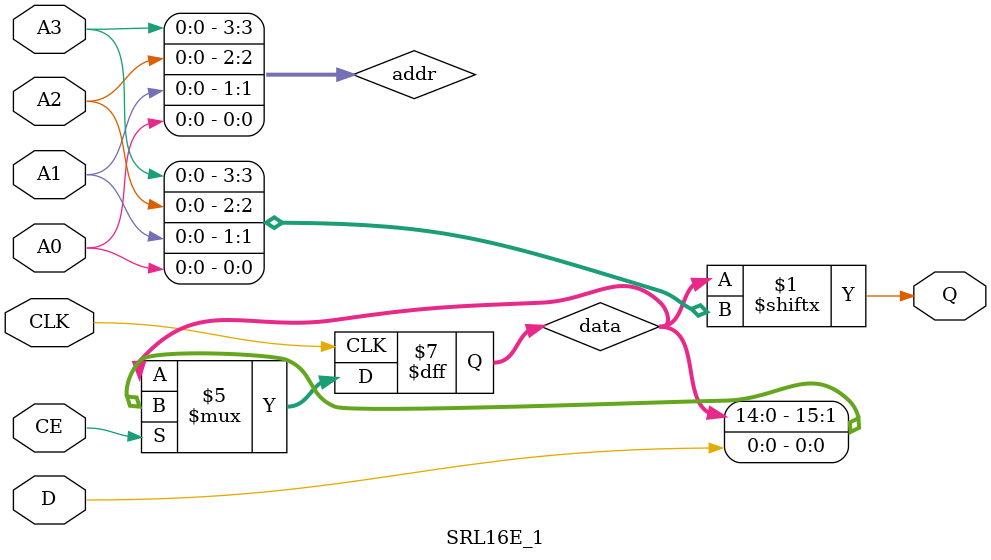
<source format=v>

/*

FUNCTION    : 16 bit Shift Register LUT with Negative_edge Clock
         and Clock Enable

*/

//`celldefine
`timescale  100 ps / 10 ps

module SRL16E_1 (Q, A0, A1, A2, A3, CE, CLK, D);

    parameter INIT = 16'h0000;

    output Q;

    input  A0, A1, A2, A3, CE, CLK, D;

    reg  [5:0]  count;
    reg  [15:0] data;
    wire [3:0]  addr;
    wire    clk_;
    wire    q_int;

    buf b_a3 (addr[3], A3);
    buf b_a2 (addr[2], A2);
    buf b_a1 (addr[1], A1);
    buf b_a0 (addr[0], A0);

    assign Q = data[addr];

    not i_c (clk_, CLK);

// synopsys translate_off
    initial begin
    for (count = 0; count < 16; count = count + 1)
        data[count] <= INIT[count];
    end
// synopsys translate_on

    always @(posedge clk_) begin
    if (CE == 1'b1) begin
        {data[15:0]} <= {data[14:0], D};
    end
    end

endmodule

</source>
